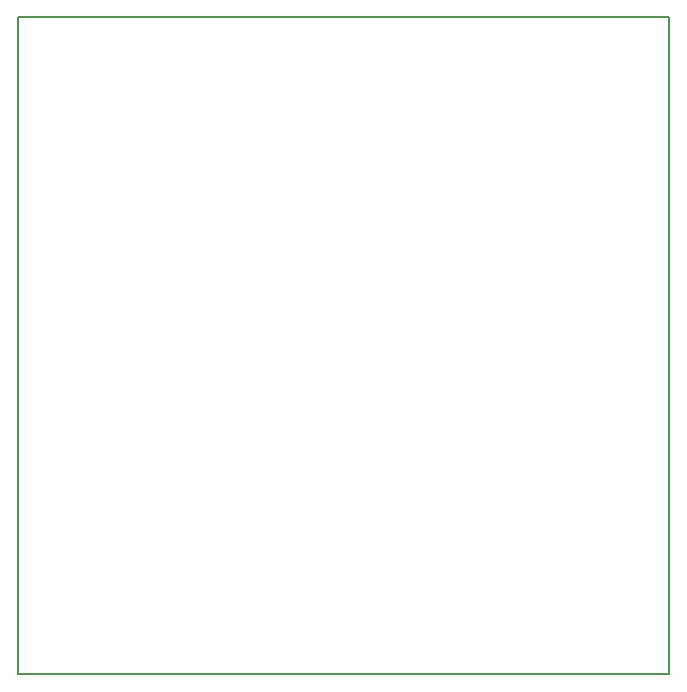
<source format=gm1>
G04 MADE WITH FRITZING*
G04 WWW.FRITZING.ORG*
G04 DOUBLE SIDED*
G04 HOLES PLATED*
G04 CONTOUR ON CENTER OF CONTOUR VECTOR*
%ASAXBY*%
%FSLAX23Y23*%
%MOIN*%
%OFA0B0*%
%SFA1.0B1.0*%
%ADD10R,2.180190X2.198300*%
%ADD11C,0.008000*%
%ADD10C,0.008*%
%LNCONTOUR*%
G90*
G70*
G54D10*
G54D11*
X4Y2194D02*
X2176Y2194D01*
X2176Y4D01*
X4Y4D01*
X4Y2194D01*
D02*
G04 End of contour*
M02*
</source>
